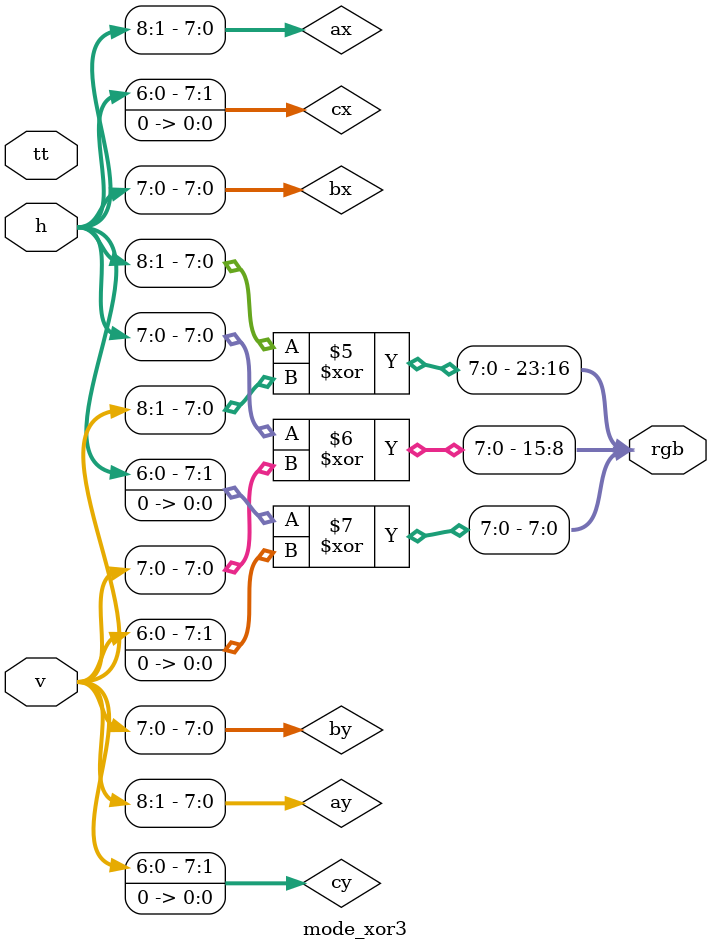
<source format=v>
`default_nettype none


module controller(
  input   wire        clk,
  input   wire        rst_n,
  input   wire [7:0]  ui_in,              //NOTE: See https://github.com/algofoogle/journal/blob/master/0215-2024-08-21.md#explanation-of-digital-block-control-inputs
  //input   wire [7:0]  uio_in,             // Unused.
  output  wire        hsync, vsync,       // Polarity determined by vga_sync module per vga_timing_mode.
  output  wire        r7,g7,b7, r6,g6,b6, // Extra convenience outputs to wire up to digital outs on the north side of the macro.
  output  wire        vblank, hblank,     // High during blanking.
  output  wire        uio_out2, uio_out3, uio_out4, uio_out5, uio_out6, uio_out7, // Unused, but wired up to 0.
  output  wire [1:0]  uio_oe,             // Left off the upper 6 bits to save horizontal pin space.
  output  wire [7:0]  dr, dg, db,         // Positive colour channel bits. Primarily goes to DACs.
  // output  wire [7:0]  rn, gn, bn,        // INVERTED channel bits (for current steering).
  input   wire        ena                 // Tiny Tapeout 'ena' signal; if low, our design is not meant to be selected, so hold it in reset.
);
  localparam MODE_PASS = 0;
  localparam MODE_RAMP = 1;
  localparam MODE_BARS = 2;
  localparam MODE_3    = 3;
  localparam MODE_XOR1 = 4;
  localparam MODE_XOR2 = 5;
  localparam MODE_XOR3 = 6;
  localparam MODE_7    = 7;

  // Optional offset that some modes can apply to the line rendering logic:
  reg [7:0] voffset;
  wire [9:0] vv = v + {2'b00,voffset};

  // Intermediate unbuffered digital RGB888:
  wire [7:0] r;
  wire [7:0] g;
  wire [7:0] b;

  assign {r7,r6, g7,g6, b7,b6} = {r[7:6], g[7:6], b[7:6]};

  assign {uio_out2, uio_out3, uio_out4, uio_out5, uio_out6, uio_out7} = 0; // Unused, but need to be connected.

  assign uio_oe = 2'b11; // Lowest two bidir pins are configured as outputs (carrying hblank and vblank).

  // wire _unused = &{uio_in, 1'b0};

  // Buffered digital RGB888 outputs.
  //(* keep_hierarchy *) sg13g2_buf_8 rgb_buffers [23:0] (.A({r,g,b}), .X({dr,dg,db}));
  // assign {rn, gn, bn} = ~{r, g, b}; // Inverted outputs for current steering DACs.
  assign {dr,dg,db} = {r,g,b};

  wire [9:0] h, v;
  wire hmax, vmax, visible; // Used to detect end of frame.

  wire reset = (~rst_n) || (!ena);

  // VGA sync generator:
  vga_sync vga_sync(
    .clk      (clk),
    .reset    (reset),
    .mode     (vga_timing_mode),
    .o_hsync  (hsync),
    .o_vsync  (vsync),
    .o_hblank (hblank),
    .o_vblank (vblank),
    .o_hpos   (h),
    .o_vpos   (v),
    .o_hmax   (hmax),
    .o_vmax   (vmax),
    .o_visible(visible)
  );

  // // Make async reset synchronous:
  // reg reset;
  // always @(posedge clk or posedge rst_n) begin
  //   reset <= ~rst_n;
  // end

  // Select mode and other parameters at reset:
  reg [7:0] mode_params;
  wire vga_timing_mode  = mode_params[7];
  wire [2:0] mode       = mode_params[6:4];
  always @(posedge clk) begin
    if (reset) begin
      mode_params <= ui_in; //SMELL: in future, make inputs for all but mode 0 unregistered (i.e. they can change while running)
    end
  end

  // These are for mode 0 (pass-thru):
  wire gate             = mode_params[1];
  wire registered       = mode_params[0];

  // These are for modes 1 (ramps) and 2 (bars):
  wire [1:0] divider    = mode_params[3:2];
  wire [1:0] primary    = mode_params[1:0]; // 0=R, 1=G, 2=B, 3=All

  // These are for the XOR modes:
  wire [2:0] xor_voffset_init = mode_params[3:1];

  wire [9:0] ramphdiv = h >> divider;
  wire [7:0] rampa = ramphdiv[7:0];
  wire [7:0] rampb = vv[7:0];
  // t always increments per frame:
  reg [11:0] t; // ...so this is basically a frame counter.
  wire [7:0] rampc = t[7:0];
  always @(posedge clk) begin
    if (reset)
      t <= 0;
    else if (vmax && hmax)
      t <= t + 1;
  end

  // Set/reset voffset:
  always @(posedge clk) begin
    if (reset)
      // Specific options are available during reset, but only for XOR modes:
      if (mode == MODE_XOR1 || mode == MODE_XOR2)
        // XOR1 and XOR2 can select from a few specific voffsets:
        case (xor_voffset_init)
          3'd0: voffset <= 0;
          3'd1: voffset <= 1;
          3'd2: voffset <= 2;
          3'd3: voffset <= 3;
          3'd4: voffset <= 8;
          3'd5: voffset <= 32;
          3'd6: voffset <= 127; //NOTE: Deliberately odd.
          3'd7: voffset <= 192;
        endcase
      else
        // These modes can't set a specific voffset during reset:
        voffset <= 0;
    else if ( (hblank) && (mode != MODE_PASS) && (ui_in[6:4] != mode) ) begin
      // During HBLANK, for modes other than PASS mode,
      // we can update voffset so long as the 3 mode bits are different:
      voffset <= {ui_in[7],ui_in[3:0],ui_in[6:4]^mode};
    end
  end

  // Direct outputs to DACs (with blanking):
  wire ungated_mode0 = (mode == MODE_PASS && !gate);
  wire enable_out = ena && (visible || ungated_mode0); //NOTE: mode 0 (PASS) can optionally disable gating.
  assign {r,g,b} = enable_out ? {tr,tg,tb} : 0;

  // Intermediate video values (before blanking, etc):
  wire [7:0] tr, tg, tb;

  // Last 16 pixels of the display are the 'gutter' for debug stuff:
  wire gutter = h[9:4] == 6'b100111;
  wire vbit = vv[ ~h[3:0] ];
  wire [23:0] vbit24 = {24{vbit}};

  wire [23:0] mode_ramp_base = (
    primary == 0 ?    {rampa, rampb, rampc} : // Red primary, green secondary, blue fade.
    primary == 1 ?    {rampc, rampa, rampb} : // Green primary, blue secondary, red fade.
    primary == 2 ?    {rampb, rampc, rampa} : // Blue primary, red secondary, green fade.
                      {rampa, rampa, rampa}   // All primary.
  );

  wire [23:0] grey_pass = {ui_in, ui_in, ui_in};

  // For now, just worry about unregistered outputs:
  assign {tr,tg,tb} =
    // In ungated mode 0, we pass inputs to outputs no matter what:
    ungated_mode0       ? grey_pass :
    // Otherwise, during the gutter, we output the line debug bits; dimmed to ui_in in PASS mode, or full brightness otherwise:
    gutter              ? ( (mode == MODE_PASS) ? (vbit24 & grey_pass) : vbit24 ) :
    // Otherwise, just produce output based on whatever the mode generates:
    (mode == MODE_PASS) ? grey_pass :
    (mode == MODE_RAMP) ? mode_ramp_base :
    (mode == MODE_BARS) ? ( mode_ramp_base ^ ( v<256 ? {24{ramphdiv[0]}} : {24{h[0]}} ) ) :
    /*mode== MODE_3*/
    (mode == MODE_XOR1) ? x1rgb :
    (mode == MODE_XOR2) ? x2rgb :
    (mode == MODE_XOR3) ? x3rgb :
    /*mode== MODE_7*/     {8'b0, rampa, 8'b0};

  wire [23:0] x1rgb, x2rgb, x3rgb;
  mode_xor1 xor1(h, vv, t, x1rgb);
  mode_xor2 xor2(h, vv, t, x2rgb);
  mode_xor3 xor3(h, vv, t, x3rgb);

endmodule


module mode_xor1(
  input wire [9:0] h, v,
  input wire [11:0] t,
  output wire [23:0] rgb
);

  assign rgb[23:16] = h[7:0]^v[7:0];
  assign rgb[15: 8] = h[7:0]&v[7:0];
  assign rgb[ 7: 0] = h[7:0]-v[7:0]+t[7:0];

endmodule

module mode_xor2(
  input wire [9:0] h, v,
  input wire [11:0] t,
  output wire [23:0] rgb
);

/* verilator lint_off WIDTHEXPAND */
/* verilator lint_off WIDTHTRUNC */
  wire [7:0] ax = (h + (t>>3)) >> 1;
  wire [7:0] ay = (v + (t>>3)) >> 1;
  wire [7:0] bx = (h + (t>>2));
  wire [7:0] by = (v + (t>>1));
  wire [7:0] cx = (h + (t>>1)) << 1;
  wire [7:0] cy = (v + (t>>2)) << 1;
/* verilator lint_on WIDTHTRUNC */
/* verilator lint_on WIDTHEXPAND */

  assign rgb[23:16] = ax^ay;
  assign rgb[15: 8] = bx^by;
  assign rgb[ 7: 0] = cx^cy;

endmodule

// xor3 is just a static version of xor2:
module mode_xor3(
  input wire [9:0] h, v,
  input wire [11:0] tt,
  output wire [23:0] rgb
);

/* verilator lint_off WIDTHEXPAND */
/* verilator lint_off WIDTHTRUNC */
  wire [7:0] ax = h >> 1;
  wire [7:0] ay = v >> 1;
  wire [7:0] bx = h;
  wire [7:0] by = v;
  wire [7:0] cx = h << 1;
  wire [7:0] cy = v << 1;
/* verilator lint_on WIDTHTRUNC */
/* verilator lint_on WIDTHEXPAND */

  assign rgb[23:16] = ax^ay;
  assign rgb[15: 8] = bx^by;
  assign rgb[ 7: 0] = cx^cy;

endmodule


</source>
